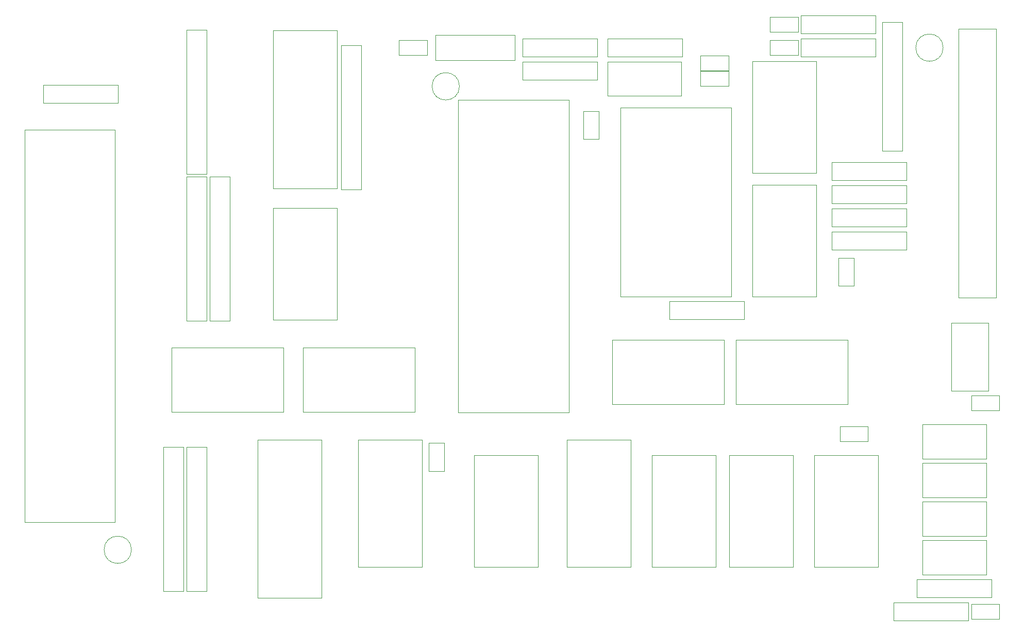
<source format=gbr>
%TF.GenerationSoftware,KiCad,Pcbnew,(5.1.10)-1*%
%TF.CreationDate,2022-02-01T13:34:57+01:00*%
%TF.ProjectId,TA8-FDC,5441382d-4644-4432-9e6b-696361645f70,rev?*%
%TF.SameCoordinates,Original*%
%TF.FileFunction,Other,User*%
%FSLAX46Y46*%
G04 Gerber Fmt 4.6, Leading zero omitted, Abs format (unit mm)*
G04 Created by KiCad (PCBNEW (5.1.10)-1) date 2022-02-01 13:34:57*
%MOMM*%
%LPD*%
G01*
G04 APERTURE LIST*
%ADD10C,0.050000*%
G04 APERTURE END LIST*
D10*
%TO.C,R4*%
X261400000Y-138660000D02*
X261400000Y-135660000D01*
X261400000Y-135660000D02*
X249140000Y-135660000D01*
X249140000Y-135660000D02*
X249140000Y-138660000D01*
X249140000Y-138660000D02*
X261400000Y-138660000D01*
%TO.C,R3*%
X265210000Y-134850000D02*
X265210000Y-131850000D01*
X265210000Y-131850000D02*
X252950000Y-131850000D01*
X252950000Y-131850000D02*
X252950000Y-134850000D01*
X252950000Y-134850000D02*
X265210000Y-134850000D01*
%TO.C,R2*%
X233900000Y-42950000D02*
X233900000Y-45950000D01*
X233900000Y-45950000D02*
X246160000Y-45950000D01*
X246160000Y-45950000D02*
X246160000Y-42950000D01*
X246160000Y-42950000D02*
X233900000Y-42950000D01*
%TO.C,R1*%
X233900000Y-39140000D02*
X233900000Y-42140000D01*
X233900000Y-42140000D02*
X246160000Y-42140000D01*
X246160000Y-42140000D02*
X246160000Y-39140000D01*
X246160000Y-39140000D02*
X233900000Y-39140000D01*
%TO.C,C7*%
X266480000Y-138410000D02*
X266480000Y-135910000D01*
X266480000Y-135910000D02*
X261880000Y-135910000D01*
X261880000Y-135910000D02*
X261880000Y-138410000D01*
X261880000Y-138410000D02*
X266480000Y-138410000D01*
%TO.C,C6*%
X228820000Y-43200000D02*
X228820000Y-45700000D01*
X228820000Y-45700000D02*
X233420000Y-45700000D01*
X233420000Y-45700000D02*
X233420000Y-43200000D01*
X233420000Y-43200000D02*
X228820000Y-43200000D01*
%TO.C,C5*%
X266480000Y-104120000D02*
X266480000Y-101620000D01*
X266480000Y-101620000D02*
X261880000Y-101620000D01*
X261880000Y-101620000D02*
X261880000Y-104120000D01*
X261880000Y-104120000D02*
X266480000Y-104120000D01*
%TO.C,C4*%
X228820000Y-39390000D02*
X228820000Y-41890000D01*
X228820000Y-41890000D02*
X233420000Y-41890000D01*
X233420000Y-41890000D02*
X233420000Y-39390000D01*
X233420000Y-39390000D02*
X228820000Y-39390000D01*
%TO.C,U4*%
X264370000Y-125450000D02*
X253820000Y-125450000D01*
X264370000Y-131100000D02*
X264370000Y-125450000D01*
X253820000Y-131100000D02*
X264370000Y-131100000D01*
X253820000Y-125450000D02*
X253820000Y-131100000D01*
%TO.C,U3*%
X264370000Y-119100000D02*
X253820000Y-119100000D01*
X264370000Y-124750000D02*
X264370000Y-119100000D01*
X253820000Y-124750000D02*
X264370000Y-124750000D01*
X253820000Y-119100000D02*
X253820000Y-124750000D01*
%TO.C,U2*%
X264370000Y-112750000D02*
X253820000Y-112750000D01*
X264370000Y-118400000D02*
X264370000Y-112750000D01*
X253820000Y-118400000D02*
X264370000Y-118400000D01*
X253820000Y-112750000D02*
X253820000Y-118400000D01*
%TO.C,J2*%
X264690000Y-89660000D02*
X264690000Y-100860000D01*
X258590000Y-89660000D02*
X264690000Y-89660000D01*
X258590000Y-100860000D02*
X258590000Y-89660000D01*
X264690000Y-100860000D02*
X258590000Y-100860000D01*
%TO.C,U5*%
X264370000Y-106400000D02*
X253820000Y-106400000D01*
X264370000Y-112050000D02*
X264370000Y-106400000D01*
X253820000Y-112050000D02*
X264370000Y-112050000D01*
X253820000Y-106400000D02*
X253820000Y-112050000D01*
%TO.C,IC105*%
X219920000Y-111480000D02*
X209370000Y-111480000D01*
X219920000Y-129830000D02*
X219920000Y-111480000D01*
X209370000Y-129830000D02*
X219920000Y-129830000D01*
X209370000Y-111480000D02*
X209370000Y-129830000D01*
%TO.C,IC10*%
X222440000Y-54330000D02*
X204240000Y-54330000D01*
X222440000Y-85380000D02*
X222440000Y-54330000D01*
X204240000Y-85380000D02*
X222440000Y-85380000D01*
X204240000Y-54330000D02*
X204240000Y-85380000D01*
%TO.C,J1*%
X259820000Y-41380000D02*
X265920000Y-41380000D01*
X265920000Y-41380000D02*
X265920000Y-85580000D01*
X265920000Y-85580000D02*
X259820000Y-85580000D01*
X259820000Y-85580000D02*
X259820000Y-41380000D01*
%TO.C,IC109*%
X236430000Y-67030000D02*
X225880000Y-67030000D01*
X236430000Y-85380000D02*
X236430000Y-67030000D01*
X225880000Y-85380000D02*
X236430000Y-85380000D01*
X225880000Y-67030000D02*
X225880000Y-85380000D01*
%TO.C,IC102*%
X236430000Y-46710000D02*
X225880000Y-46710000D01*
X236430000Y-65060000D02*
X236430000Y-46710000D01*
X225880000Y-65060000D02*
X236430000Y-65060000D01*
X225880000Y-46710000D02*
X225880000Y-65060000D01*
%TO.C,IC108*%
X205950000Y-108940000D02*
X195400000Y-108940000D01*
X205950000Y-129790000D02*
X205950000Y-108940000D01*
X195400000Y-129790000D02*
X205950000Y-129790000D01*
X195400000Y-108940000D02*
X195400000Y-129790000D01*
%TO.C,U16*%
X155150000Y-108940000D02*
X144600000Y-108940000D01*
X155150000Y-134890000D02*
X155150000Y-108940000D01*
X144600000Y-134890000D02*
X155150000Y-134890000D01*
X144600000Y-108940000D02*
X144600000Y-134890000D01*
%TO.C,U1*%
X232620000Y-111480000D02*
X222070000Y-111480000D01*
X232620000Y-129830000D02*
X232620000Y-111480000D01*
X222070000Y-129830000D02*
X232620000Y-129830000D01*
X222070000Y-111480000D02*
X222070000Y-129830000D01*
%TO.C,IC116*%
X157690000Y-70840000D02*
X147140000Y-70840000D01*
X157690000Y-89190000D02*
X157690000Y-70840000D01*
X147140000Y-89190000D02*
X157690000Y-89190000D01*
X147140000Y-70840000D02*
X147140000Y-89190000D01*
%TO.C,RN1*%
X250570000Y-40210000D02*
X247270000Y-40210000D01*
X247270000Y-40210000D02*
X247270000Y-61410000D01*
X247270000Y-61410000D02*
X250570000Y-61410000D01*
X250570000Y-61410000D02*
X250570000Y-40210000D01*
%TO.C,R107*%
X224570000Y-86130000D02*
X212310000Y-86130000D01*
X224570000Y-89130000D02*
X224570000Y-86130000D01*
X212310000Y-89130000D02*
X224570000Y-89130000D01*
X212310000Y-86130000D02*
X212310000Y-89130000D01*
%TO.C,R142*%
X109440000Y-53570000D02*
X121700000Y-53570000D01*
X109440000Y-50570000D02*
X109440000Y-53570000D01*
X121700000Y-50570000D02*
X109440000Y-50570000D01*
X121700000Y-53570000D02*
X121700000Y-50570000D01*
%TO.C,R108*%
X202150000Y-45950000D02*
X214410000Y-45950000D01*
X202150000Y-42950000D02*
X202150000Y-45950000D01*
X214410000Y-42950000D02*
X202150000Y-42950000D01*
X214410000Y-45950000D02*
X214410000Y-42950000D01*
%TO.C,R106*%
X251240000Y-67080000D02*
X238980000Y-67080000D01*
X251240000Y-70080000D02*
X251240000Y-67080000D01*
X238980000Y-70080000D02*
X251240000Y-70080000D01*
X238980000Y-67080000D02*
X238980000Y-70080000D01*
%TO.C,R105*%
X238980000Y-73890000D02*
X251240000Y-73890000D01*
X238980000Y-70890000D02*
X238980000Y-73890000D01*
X251240000Y-70890000D02*
X238980000Y-70890000D01*
X251240000Y-73890000D02*
X251240000Y-70890000D01*
%TO.C,R104*%
X238980000Y-77700000D02*
X251240000Y-77700000D01*
X238980000Y-74700000D02*
X238980000Y-77700000D01*
X251240000Y-74700000D02*
X238980000Y-74700000D01*
X251240000Y-77700000D02*
X251240000Y-74700000D01*
%TO.C,R103*%
X251240000Y-63270000D02*
X238980000Y-63270000D01*
X251240000Y-66270000D02*
X251240000Y-63270000D01*
X238980000Y-66270000D02*
X251240000Y-66270000D01*
X238980000Y-63270000D02*
X238980000Y-66270000D01*
%TO.C,R102*%
X188180000Y-45950000D02*
X200440000Y-45950000D01*
X188180000Y-42950000D02*
X188180000Y-45950000D01*
X200440000Y-42950000D02*
X188180000Y-42950000D01*
X200440000Y-45950000D02*
X200440000Y-42950000D01*
%TO.C,R101*%
X188180000Y-49760000D02*
X200440000Y-49760000D01*
X188180000Y-46760000D02*
X188180000Y-49760000D01*
X200440000Y-46760000D02*
X188180000Y-46760000D01*
X200440000Y-49760000D02*
X200440000Y-46760000D01*
%TO.C,D101*%
X173810000Y-46500000D02*
X186870000Y-46500000D01*
X173810000Y-42400000D02*
X173810000Y-46500000D01*
X186870000Y-42400000D02*
X173810000Y-42400000D01*
X186870000Y-46500000D02*
X186870000Y-42400000D01*
%TO.C,CY101*%
X214240000Y-46730000D02*
X202140000Y-46730000D01*
X214240000Y-52330000D02*
X214240000Y-46730000D01*
X202140000Y-52330000D02*
X214240000Y-52330000D01*
X202140000Y-46730000D02*
X202140000Y-52330000D01*
%TO.C,C107*%
X221990000Y-45740000D02*
X217390000Y-45740000D01*
X221990000Y-48240000D02*
X221990000Y-45740000D01*
X217390000Y-48240000D02*
X221990000Y-48240000D01*
X217390000Y-45740000D02*
X217390000Y-48240000D01*
%TO.C,C106*%
X175240000Y-114040000D02*
X175240000Y-109440000D01*
X172740000Y-114040000D02*
X175240000Y-114040000D01*
X172740000Y-109440000D02*
X172740000Y-114040000D01*
X175240000Y-109440000D02*
X172740000Y-109440000D01*
%TO.C,C105*%
X240050000Y-79000000D02*
X240050000Y-83600000D01*
X242550000Y-79000000D02*
X240050000Y-79000000D01*
X242550000Y-83600000D02*
X242550000Y-79000000D01*
X240050000Y-83600000D02*
X242550000Y-83600000D01*
%TO.C,C104*%
X221990000Y-48280000D02*
X217390000Y-48280000D01*
X221990000Y-50780000D02*
X221990000Y-48280000D01*
X217390000Y-50780000D02*
X221990000Y-50780000D01*
X217390000Y-48280000D02*
X217390000Y-50780000D01*
%TO.C,C103*%
X244890000Y-106700000D02*
X240290000Y-106700000D01*
X244890000Y-109200000D02*
X244890000Y-106700000D01*
X240290000Y-109200000D02*
X244890000Y-109200000D01*
X240290000Y-106700000D02*
X240290000Y-109200000D01*
%TO.C,C102*%
X198140000Y-54870000D02*
X198140000Y-59470000D01*
X200640000Y-54870000D02*
X198140000Y-54870000D01*
X200640000Y-59470000D02*
X200640000Y-54870000D01*
X198140000Y-59470000D02*
X200640000Y-59470000D01*
%TO.C,C101*%
X177780000Y-50800000D02*
G75*
G03*
X177780000Y-50800000I-2250000J0D01*
G01*
%TO.C,C3*%
X257250000Y-44450000D02*
G75*
G03*
X257250000Y-44450000I-2250000J0D01*
G01*
%TO.C,C2*%
X172460000Y-43200000D02*
X167860000Y-43200000D01*
X172460000Y-45700000D02*
X172460000Y-43200000D01*
X167860000Y-45700000D02*
X172460000Y-45700000D01*
X167860000Y-43200000D02*
X167860000Y-45700000D01*
%TO.C,C1*%
X123900000Y-127000000D02*
G75*
G03*
X123900000Y-127000000I-2250000J0D01*
G01*
%TO.C,RA106*%
X136270000Y-89360000D02*
X136270000Y-65610000D01*
X132970000Y-89360000D02*
X136270000Y-89360000D01*
X132970000Y-65610000D02*
X132970000Y-89360000D01*
X136270000Y-65610000D02*
X132970000Y-65610000D01*
%TO.C,RA102*%
X136270000Y-65230000D02*
X136270000Y-41480000D01*
X132970000Y-65230000D02*
X136270000Y-65230000D01*
X132970000Y-41480000D02*
X132970000Y-65230000D01*
X136270000Y-41480000D02*
X132970000Y-41480000D01*
%TO.C,RA101*%
X161670000Y-67770000D02*
X161670000Y-44020000D01*
X158370000Y-67770000D02*
X161670000Y-67770000D01*
X158370000Y-44020000D02*
X158370000Y-67770000D01*
X161670000Y-44020000D02*
X158370000Y-44020000D01*
%TO.C,RA3*%
X140080000Y-89360000D02*
X140080000Y-65610000D01*
X136780000Y-89360000D02*
X140080000Y-89360000D01*
X136780000Y-65610000D02*
X136780000Y-89360000D01*
X140080000Y-65610000D02*
X136780000Y-65610000D01*
%TO.C,RA2*%
X132460000Y-133810000D02*
X132460000Y-110060000D01*
X129160000Y-133810000D02*
X132460000Y-133810000D01*
X129160000Y-110060000D02*
X129160000Y-133810000D01*
X132460000Y-110060000D02*
X129160000Y-110060000D01*
%TO.C,RA1*%
X136270000Y-133810000D02*
X136270000Y-110060000D01*
X132970000Y-133810000D02*
X136270000Y-133810000D01*
X132970000Y-110060000D02*
X132970000Y-133810000D01*
X136270000Y-110060000D02*
X132970000Y-110060000D01*
%TO.C,LSI101*%
X195770000Y-53060000D02*
X177570000Y-53060000D01*
X195770000Y-104410000D02*
X195770000Y-53060000D01*
X177570000Y-104410000D02*
X195770000Y-104410000D01*
X177570000Y-53060000D02*
X177570000Y-104410000D01*
%TO.C,JCNB103*%
X121180000Y-122440000D02*
X121180000Y-57940000D01*
X106330000Y-122440000D02*
X121180000Y-122440000D01*
X106330000Y-57940000D02*
X106330000Y-122440000D01*
X121180000Y-57940000D02*
X106330000Y-57940000D01*
%TO.C,IC119*%
X190710000Y-111480000D02*
X180160000Y-111480000D01*
X190710000Y-129830000D02*
X190710000Y-111480000D01*
X180160000Y-129830000D02*
X190710000Y-129830000D01*
X180160000Y-111480000D02*
X180160000Y-129830000D01*
%TO.C,IC117*%
X202920000Y-92500000D02*
X202920000Y-103050000D01*
X221270000Y-92500000D02*
X202920000Y-92500000D01*
X221270000Y-103050000D02*
X221270000Y-92500000D01*
X202920000Y-103050000D02*
X221270000Y-103050000D01*
%TO.C,IC113*%
X152120000Y-93770000D02*
X152120000Y-104320000D01*
X170470000Y-93770000D02*
X152120000Y-93770000D01*
X170470000Y-104320000D02*
X170470000Y-93770000D01*
X152120000Y-104320000D02*
X170470000Y-104320000D01*
%TO.C,IC112*%
X246590000Y-111480000D02*
X236040000Y-111480000D01*
X246590000Y-129830000D02*
X246590000Y-111480000D01*
X236040000Y-129830000D02*
X246590000Y-129830000D01*
X236040000Y-111480000D02*
X236040000Y-129830000D01*
%TO.C,IC110*%
X130530000Y-93770000D02*
X130530000Y-104320000D01*
X148880000Y-93770000D02*
X130530000Y-93770000D01*
X148880000Y-104320000D02*
X148880000Y-93770000D01*
X130530000Y-104320000D02*
X148880000Y-104320000D01*
%TO.C,IC107*%
X157690000Y-41630000D02*
X147140000Y-41630000D01*
X157690000Y-67580000D02*
X157690000Y-41630000D01*
X147140000Y-67580000D02*
X157690000Y-67580000D01*
X147140000Y-41630000D02*
X147140000Y-67580000D01*
%TO.C,IC106*%
X171660000Y-108940000D02*
X161110000Y-108940000D01*
X171660000Y-129790000D02*
X171660000Y-108940000D01*
X161110000Y-129790000D02*
X171660000Y-129790000D01*
X161110000Y-108940000D02*
X161110000Y-129790000D01*
%TO.C,IC103*%
X223240000Y-92500000D02*
X223240000Y-103050000D01*
X241590000Y-92500000D02*
X223240000Y-92500000D01*
X241590000Y-103050000D02*
X241590000Y-92500000D01*
X223240000Y-103050000D02*
X241590000Y-103050000D01*
%TD*%
M02*

</source>
